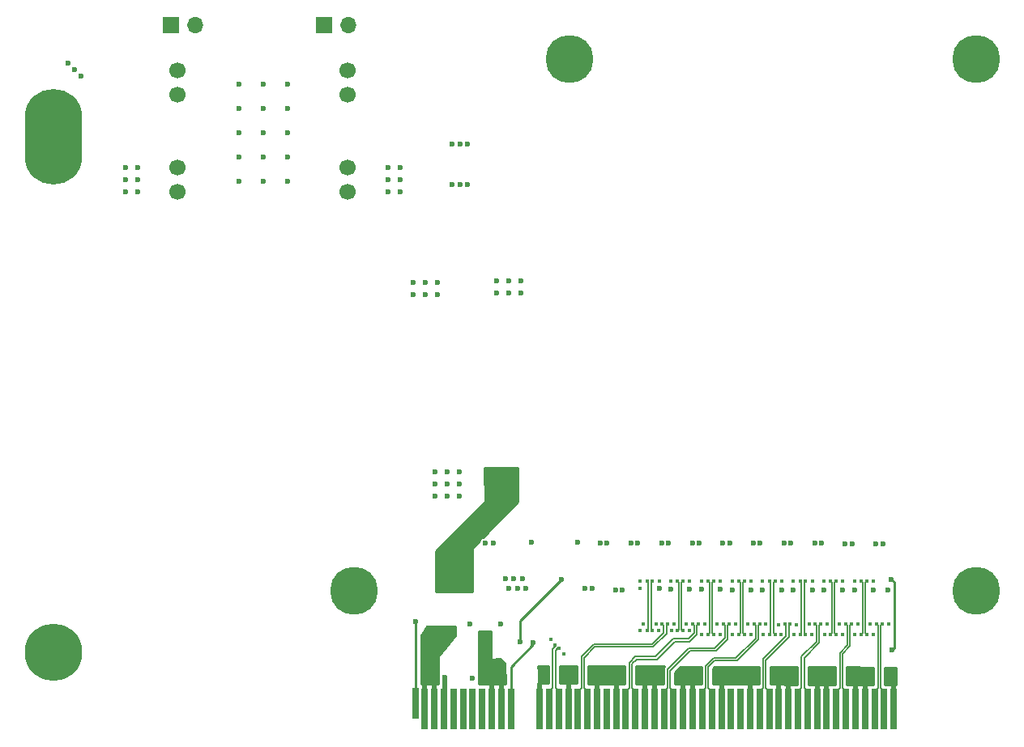
<source format=gbl>
%TF.GenerationSoftware,KiCad,Pcbnew,(5.1.9)-1*%
%TF.CreationDate,2021-07-12T14:29:20+08:00*%
%TF.ProjectId,V1-10x10,56312d31-3078-4313-902e-6b696361645f,rev?*%
%TF.SameCoordinates,Original*%
%TF.FileFunction,Copper,L4,Bot*%
%TF.FilePolarity,Positive*%
%FSLAX46Y46*%
G04 Gerber Fmt 4.6, Leading zero omitted, Abs format (unit mm)*
G04 Created by KiCad (PCBNEW (5.1.9)-1) date 2021-07-12 14:29:20*
%MOMM*%
%LPD*%
G01*
G04 APERTURE LIST*
%TA.AperFunction,ConnectorPad*%
%ADD10R,0.700000X4.300000*%
%TD*%
%TA.AperFunction,ConnectorPad*%
%ADD11R,0.700000X3.200000*%
%TD*%
%TA.AperFunction,ComponentPad*%
%ADD12O,6.000000X10.000000*%
%TD*%
%TA.AperFunction,ComponentPad*%
%ADD13C,6.000000*%
%TD*%
%TA.AperFunction,ComponentPad*%
%ADD14C,5.000000*%
%TD*%
%TA.AperFunction,ComponentPad*%
%ADD15R,1.700000X1.700000*%
%TD*%
%TA.AperFunction,ComponentPad*%
%ADD16O,1.700000X1.700000*%
%TD*%
%TA.AperFunction,ComponentPad*%
%ADD17C,1.700000*%
%TD*%
%TA.AperFunction,ViaPad*%
%ADD18C,0.600000*%
%TD*%
%TA.AperFunction,ViaPad*%
%ADD19C,0.450000*%
%TD*%
%TA.AperFunction,ViaPad*%
%ADD20C,0.800000*%
%TD*%
%TA.AperFunction,Conductor*%
%ADD21C,0.500000*%
%TD*%
%TA.AperFunction,Conductor*%
%ADD22C,0.254000*%
%TD*%
%TA.AperFunction,Conductor*%
%ADD23C,0.153670*%
%TD*%
%TA.AperFunction,Conductor*%
%ADD24C,0.100000*%
%TD*%
G04 APERTURE END LIST*
D10*
X183650000Y-130550000D03*
X182650000Y-130550000D03*
X181650000Y-130550000D03*
X180650000Y-130550000D03*
X179650000Y-130550000D03*
X178650000Y-130550000D03*
X177650000Y-130550000D03*
X176650000Y-130550000D03*
X147650000Y-130550000D03*
X146650000Y-130550000D03*
X152650000Y-130550000D03*
X151650000Y-130550000D03*
X150650000Y-130550000D03*
X149650000Y-130550000D03*
X148650000Y-130550000D03*
X143650000Y-130550000D03*
X142650000Y-130550000D03*
X141650000Y-130550000D03*
X140650000Y-130550000D03*
X139650000Y-130550000D03*
X138650000Y-130550000D03*
X137650000Y-130550000D03*
X136650000Y-130550000D03*
X135650000Y-130550000D03*
X134650000Y-130550000D03*
D11*
X133650000Y-130000000D03*
D10*
X153650000Y-130550000D03*
X154650000Y-130550000D03*
X155650000Y-130550000D03*
X156650000Y-130550000D03*
X157650000Y-130550000D03*
X158650000Y-130550000D03*
X159650000Y-130550000D03*
X160650000Y-130550000D03*
X161650000Y-130550000D03*
X162650000Y-130550000D03*
X163650000Y-130550000D03*
X164650000Y-130550000D03*
X165650000Y-130550000D03*
X166650000Y-130550000D03*
X167650000Y-130550000D03*
X168650000Y-130550000D03*
X169650000Y-130550000D03*
X170650000Y-130550000D03*
X171650000Y-130550000D03*
X172650000Y-130550000D03*
X173650000Y-130550000D03*
X174650000Y-130550000D03*
X175650000Y-130550000D03*
D12*
X95800000Y-70750000D03*
D13*
X95800000Y-124650001D03*
D14*
X192250000Y-118220000D03*
X192250000Y-62620000D03*
X149750000Y-62620000D03*
X127250000Y-118220000D03*
D15*
X124130000Y-59080000D03*
D16*
X126670000Y-59080000D03*
D15*
X108130000Y-59080000D03*
D16*
X110670000Y-59080000D03*
D17*
X126598000Y-76454000D03*
X126598000Y-73914000D03*
X126598000Y-63754000D03*
X126598000Y-66294000D03*
X108818000Y-66294000D03*
X108818000Y-63754000D03*
X108818000Y-76454000D03*
X108818000Y-73914000D03*
D18*
X97350000Y-63050000D03*
X98050000Y-63700000D03*
X103411000Y-73914000D03*
X104661000Y-73914000D03*
X103391000Y-76454000D03*
X104661000Y-75184000D03*
X103391000Y-75184000D03*
X104661000Y-76454000D03*
X136984000Y-105796000D03*
X136984000Y-107026000D03*
X135714000Y-108296000D03*
X136984000Y-108296000D03*
X138254000Y-108296000D03*
X138254000Y-105796000D03*
X135714000Y-105796000D03*
X135714000Y-107026000D03*
X138254000Y-107026000D03*
X134716000Y-87274000D03*
X135986000Y-86004000D03*
X134716000Y-86004000D03*
X133446000Y-86004000D03*
X133446000Y-87274000D03*
X135986000Y-87274000D03*
X135960000Y-122560000D03*
X136400000Y-123650000D03*
X135250000Y-123650000D03*
X135630000Y-124770000D03*
X134600000Y-125360000D03*
X134630000Y-127100000D03*
X134610000Y-126230000D03*
X135620000Y-125730000D03*
X135630000Y-126600000D03*
X135650000Y-127470000D03*
X137150000Y-122590000D03*
D19*
X183560000Y-127520000D03*
X183560000Y-126640000D03*
D18*
X153000000Y-113250000D03*
X153700000Y-113250000D03*
X154600000Y-118150000D03*
X155300000Y-118150000D03*
X151400000Y-118000000D03*
X152100000Y-118000000D03*
X179560000Y-118110000D03*
X181540000Y-118110000D03*
X159140000Y-118010000D03*
X160360000Y-118060000D03*
X162340000Y-118060000D03*
X163560000Y-118060000D03*
X165540000Y-118060000D03*
X166760000Y-118110000D03*
X168740000Y-118110000D03*
X169960000Y-118110000D03*
X171940000Y-118110000D03*
X173160000Y-118110000D03*
X175140000Y-118110000D03*
X176360000Y-118110000D03*
X178340000Y-118110000D03*
D19*
X147800000Y-123300000D03*
X149200000Y-124800000D03*
D18*
X137500000Y-75700000D03*
X138300000Y-75700000D03*
X137500000Y-71500000D03*
X138300000Y-71500000D03*
D19*
X157500000Y-121730000D03*
X181160000Y-127520000D03*
X181160000Y-126640000D03*
X167140000Y-127550000D03*
X167140000Y-126670000D03*
X147030000Y-127600000D03*
X147030000Y-126720000D03*
X160700000Y-121730000D03*
X160400000Y-122400000D03*
X162300000Y-122400000D03*
X162000000Y-121730000D03*
X163900000Y-121730000D03*
X163600000Y-122780000D03*
X165500000Y-122780000D03*
X165200000Y-121730000D03*
X167100000Y-121730000D03*
X166800000Y-122770000D03*
X168700000Y-122770000D03*
X168400000Y-121720000D03*
X170300000Y-121720000D03*
X170000000Y-122760000D03*
X171900000Y-122760000D03*
X171600000Y-121740000D03*
X173500000Y-121740000D03*
X173200000Y-122770000D03*
X175100000Y-122770000D03*
X174800000Y-121730000D03*
X176700000Y-121730000D03*
X176400000Y-122790000D03*
X178300000Y-122790000D03*
X178000000Y-121730000D03*
X179900000Y-121730000D03*
X179600000Y-122770000D03*
X181500000Y-122770000D03*
X181200000Y-121730000D03*
X183100000Y-121730000D03*
X157160000Y-117210000D03*
X159140000Y-117210000D03*
X160360000Y-117220000D03*
X162340000Y-117220000D03*
X163560000Y-117210000D03*
X165540000Y-117210000D03*
X166760000Y-117210000D03*
X168740000Y-117210000D03*
X169960000Y-117220000D03*
X171940000Y-117220000D03*
X173160000Y-117220000D03*
X175140000Y-117220000D03*
X176360000Y-117190000D03*
X178340000Y-117190000D03*
X179560000Y-117210000D03*
X181540000Y-117210000D03*
X159100000Y-122400000D03*
X177150000Y-127490000D03*
X177150000Y-126610000D03*
X179180000Y-126630000D03*
X179190000Y-127480000D03*
X173140000Y-127510000D03*
X175170000Y-126650000D03*
X175180000Y-127500000D03*
X173140000Y-126630000D03*
X169130000Y-127550000D03*
X171160000Y-126690000D03*
X171170000Y-127540000D03*
X169130000Y-126670000D03*
X163140000Y-127560000D03*
X165170000Y-126700000D03*
X165180000Y-127550000D03*
X163140000Y-126680000D03*
X159140000Y-127570000D03*
X161170000Y-126710000D03*
X161180000Y-127560000D03*
X159140000Y-126690000D03*
X155140000Y-127570000D03*
X157170000Y-126710000D03*
X157180000Y-127560000D03*
X155140000Y-126690000D03*
X150140000Y-127600000D03*
X152170000Y-126740000D03*
X152180000Y-127590000D03*
X150140000Y-126720000D03*
D18*
X115228000Y-65240000D03*
X117768000Y-65240000D03*
X120308000Y-65240000D03*
X115228000Y-67780000D03*
X117768000Y-67780000D03*
X120308000Y-67780000D03*
X115228000Y-70320000D03*
X117768000Y-70320000D03*
X120308000Y-70320000D03*
X115228000Y-72860000D03*
X117768000Y-72860000D03*
X120308000Y-72860000D03*
X115228000Y-75400000D03*
X117768000Y-75400000D03*
X120308000Y-75400000D03*
D19*
X157160000Y-122400000D03*
X158800000Y-121730000D03*
D18*
X139100000Y-71500000D03*
X139100000Y-75700000D03*
X136700000Y-127300000D03*
X139600000Y-127400000D03*
X142600000Y-121700000D03*
X141000000Y-113200000D03*
X141800000Y-113200000D03*
X145800000Y-113100000D03*
X150600000Y-113100000D03*
X156200000Y-113200000D03*
X156900000Y-113200000D03*
X159400000Y-113200000D03*
X160100000Y-113200000D03*
X162600000Y-113200000D03*
X163300000Y-113200000D03*
X165800000Y-113200000D03*
X166500000Y-113200000D03*
X169000000Y-113200000D03*
X169700000Y-113200000D03*
X172200000Y-113200000D03*
X172900000Y-113200000D03*
X176100000Y-113200000D03*
X175400000Y-113200000D03*
X178600000Y-113300000D03*
X179300000Y-113300000D03*
X181800000Y-113300000D03*
X182500000Y-113300000D03*
X183050000Y-118150000D03*
D19*
X157160000Y-118010000D03*
D18*
X139350000Y-121700000D03*
X98750000Y-64400000D03*
X143960000Y-116930000D03*
X145200000Y-117970000D03*
X143460000Y-117940000D03*
X144330000Y-117950000D03*
X144830000Y-116950000D03*
X140920000Y-122840000D03*
X140920000Y-123750000D03*
X140930000Y-124630000D03*
X140620000Y-125540000D03*
X140630000Y-126410000D03*
X141650000Y-126780000D03*
X141670000Y-127650000D03*
X140650000Y-127280000D03*
X141640000Y-125910000D03*
X143090000Y-116920000D03*
X144570152Y-123570152D03*
X148900000Y-117000000D03*
X146000000Y-123600000D03*
D19*
X148694001Y-124264001D03*
X148285999Y-123855999D03*
X168038500Y-117210000D03*
X168038500Y-122770000D03*
X167461500Y-117210000D03*
X167461500Y-122770000D03*
X164838500Y-117210000D03*
X164838500Y-122770000D03*
X164261500Y-117210000D03*
X164261500Y-122770000D03*
X161638500Y-117220000D03*
X161638500Y-122400000D03*
X161061500Y-117220000D03*
X161061500Y-122400000D03*
X157861500Y-122400000D03*
X157861500Y-117210000D03*
X158438500Y-122400000D03*
X158438500Y-117210000D03*
X169638500Y-121719647D03*
X169061500Y-121719647D03*
X166438500Y-121732508D03*
X165861500Y-121732508D03*
X163238500Y-121732766D03*
X162661500Y-121732766D03*
X159461500Y-121733502D03*
X160038500Y-121733502D03*
D18*
X183500000Y-124400000D03*
X183400000Y-117000000D03*
X133700000Y-121400000D03*
X141414000Y-105796000D03*
X142684000Y-105796000D03*
X143954000Y-105796000D03*
X142684000Y-107026000D03*
X141414000Y-108296000D03*
X142684000Y-108296000D03*
X143954000Y-108296000D03*
X143954000Y-107026000D03*
X141414000Y-107026000D03*
D20*
X136205000Y-117750000D03*
X139205000Y-117750000D03*
X138205000Y-117750000D03*
X137205000Y-117750000D03*
D18*
X142114000Y-85826000D03*
X143384000Y-85826000D03*
X142114000Y-87096000D03*
X143384000Y-87096000D03*
X144654000Y-85826000D03*
X144654000Y-87096000D03*
X130789000Y-73914000D03*
X132059000Y-73914000D03*
X130789000Y-75184000D03*
X132059000Y-75184000D03*
X130789000Y-76454000D03*
X132059000Y-76454000D03*
D19*
X182438500Y-121733502D03*
X181861500Y-121733502D03*
X179238500Y-121731922D03*
X178661500Y-121731922D03*
X170661500Y-117220000D03*
X170661500Y-122760000D03*
X171238500Y-117220000D03*
X171238500Y-122760000D03*
X173861500Y-117220000D03*
X173861500Y-122770000D03*
X174438500Y-117220000D03*
X174438500Y-122770000D03*
X177061500Y-117190000D03*
X177061500Y-122780000D03*
X177638500Y-117190000D03*
X177638500Y-122780000D03*
X180261500Y-117210000D03*
X180261500Y-122770000D03*
X180838500Y-117210000D03*
X180838500Y-122770000D03*
X172261500Y-121733013D03*
X172838500Y-121733013D03*
X175461500Y-121730046D03*
X176038500Y-121730046D03*
D21*
X135650000Y-127670000D02*
X135650000Y-130550000D01*
X134630000Y-130530000D02*
X134650000Y-130550000D01*
X134630000Y-127300000D02*
X134630000Y-130530000D01*
X183650000Y-127625000D02*
X183650000Y-130550000D01*
X136700000Y-130500000D02*
X136650000Y-130550000D01*
X136700000Y-127300000D02*
X136700000Y-130500000D01*
X146650000Y-127980000D02*
X147030000Y-127600000D01*
X146650000Y-130550000D02*
X146650000Y-127980000D01*
X149650000Y-130550000D02*
X149650000Y-127750000D01*
X152650000Y-130550000D02*
X152650000Y-127650000D01*
X154650000Y-130550000D02*
X154650000Y-127750000D01*
X157650000Y-130550000D02*
X157650000Y-127750000D01*
X158650000Y-130550000D02*
X158650000Y-127550000D01*
X161650000Y-130550000D02*
X161650000Y-127350000D01*
X162650000Y-130550000D02*
X162650000Y-127550000D01*
X165650000Y-130550000D02*
X165650000Y-127450000D01*
X168650000Y-130550000D02*
X168650000Y-127850000D01*
X171650000Y-130550000D02*
X171650000Y-127650000D01*
X172650000Y-130550000D02*
X172650000Y-127850000D01*
X175650000Y-130550000D02*
X175650000Y-127650000D01*
X176650000Y-130550000D02*
X176650000Y-127850000D01*
X179650000Y-130550000D02*
X179650000Y-127850000D01*
X180650000Y-130550000D02*
X180650000Y-127750000D01*
X141650000Y-127670000D02*
X141670000Y-127650000D01*
X141650000Y-130550000D02*
X141650000Y-127670000D01*
X142650000Y-130550000D02*
X142650000Y-127450000D01*
X141980000Y-126780000D02*
X141650000Y-126780000D01*
X142650000Y-127450000D02*
X141980000Y-126780000D01*
D22*
X144620152Y-123520152D02*
X144570152Y-123570152D01*
X144570152Y-121329848D02*
X144570152Y-123570152D01*
X148900000Y-117000000D02*
X144570152Y-121329848D01*
X146000000Y-123812917D02*
X146000000Y-123600000D01*
X143650000Y-126162917D02*
X146000000Y-123812917D01*
X143650000Y-130550000D02*
X143650000Y-126162917D01*
D23*
X148650000Y-128750000D02*
X148650000Y-130550000D01*
X148290335Y-128390335D02*
X148650000Y-128750000D01*
X148290335Y-124458129D02*
X148290335Y-128390335D01*
X148484463Y-124264001D02*
X148290335Y-124458129D01*
X148694001Y-124264001D02*
X148484463Y-124264001D01*
X147650000Y-128750000D02*
X147650000Y-130550000D01*
X148009665Y-128390335D02*
X147650000Y-128750000D01*
X148009665Y-124341871D02*
X148009665Y-128390335D01*
X148285999Y-124065537D02*
X148009665Y-124341871D01*
X148285999Y-123855999D02*
X148285999Y-124065537D01*
X167890335Y-122621835D02*
X168038500Y-122770000D01*
X167890335Y-117358165D02*
X167890335Y-122621835D01*
X168038500Y-117210000D02*
X167890335Y-117358165D01*
X167609665Y-122621835D02*
X167461500Y-122770000D01*
X167609665Y-117358165D02*
X167609665Y-122621835D01*
X167461500Y-117210000D02*
X167609665Y-117358165D01*
X164690335Y-122621835D02*
X164838500Y-122770000D01*
X164690335Y-117358165D02*
X164690335Y-122621835D01*
X164838500Y-117210000D02*
X164690335Y-117358165D01*
X164409665Y-122621835D02*
X164261500Y-122770000D01*
X164409665Y-117358165D02*
X164409665Y-122621835D01*
X164261500Y-117210000D02*
X164409665Y-117358165D01*
X161638500Y-117220000D02*
X161490335Y-117368165D01*
X161490335Y-117368165D02*
X161490335Y-122251835D01*
X161490335Y-122251835D02*
X161638500Y-122400000D01*
X161209665Y-122251835D02*
X161061500Y-122400000D01*
X161209665Y-117368165D02*
X161209665Y-122251835D01*
X161061500Y-117220000D02*
X161209665Y-117368165D01*
X158009665Y-122251835D02*
X157861500Y-122400000D01*
X158009665Y-117358165D02*
X158009665Y-122251835D01*
X157861500Y-117210000D02*
X158009665Y-117358165D01*
X158290335Y-122251835D02*
X158438500Y-122400000D01*
X158438500Y-117210000D02*
X158290335Y-117358165D01*
X158290335Y-117358165D02*
X158290335Y-122251835D01*
X164650000Y-128750000D02*
X164650000Y-130550000D01*
X164290335Y-128390335D02*
X164650000Y-128750000D01*
X164290335Y-126188129D02*
X164290335Y-128390335D01*
X164938129Y-125540335D02*
X164290335Y-126188129D01*
X167268129Y-125540335D02*
X164938129Y-125540335D01*
X169490335Y-121867812D02*
X169490335Y-123318129D01*
X169638500Y-121719647D02*
X169490335Y-121867812D01*
X169490335Y-123318129D02*
X167268129Y-125540335D01*
X164821871Y-125259665D02*
X164009665Y-126071871D01*
X164009665Y-126071871D02*
X164009665Y-128390335D01*
X169209665Y-121867812D02*
X169209665Y-123201871D01*
X169209665Y-123201871D02*
X167151871Y-125259665D01*
X167151871Y-125259665D02*
X164821871Y-125259665D01*
X163650000Y-128750000D02*
X163650000Y-130550000D01*
X164009665Y-128390335D02*
X163650000Y-128750000D01*
X169061500Y-121719647D02*
X169209665Y-121867812D01*
X160650000Y-128750000D02*
X160650000Y-130550000D01*
X160290335Y-128390335D02*
X160650000Y-128750000D01*
X160290335Y-126568129D02*
X160290335Y-128390335D01*
X166438500Y-121732508D02*
X166290335Y-121880673D01*
X166290335Y-121880673D02*
X166290335Y-123268129D01*
X166290335Y-123268129D02*
X165068129Y-124490335D01*
X165068129Y-124490335D02*
X162368129Y-124490335D01*
X162368129Y-124490335D02*
X160290335Y-126568129D01*
X159650000Y-128750000D02*
X159650000Y-130550000D01*
X165861500Y-121732508D02*
X166009665Y-121880673D01*
X166009665Y-121880673D02*
X166009665Y-123151871D01*
X166009665Y-123151871D02*
X164951871Y-124209665D01*
X162251871Y-124209665D02*
X160009665Y-126451871D01*
X164951871Y-124209665D02*
X162251871Y-124209665D01*
X160009665Y-126451871D02*
X160009665Y-128390335D01*
X160009665Y-128390335D02*
X159650000Y-128750000D01*
X156290335Y-128390335D02*
X156650000Y-128750000D01*
X156290335Y-125868129D02*
X156290335Y-128390335D01*
X156768129Y-125390335D02*
X156290335Y-125868129D01*
X158888129Y-125390335D02*
X156768129Y-125390335D01*
X160748129Y-123530335D02*
X158888129Y-125390335D01*
X162318129Y-123530335D02*
X160748129Y-123530335D01*
X156650000Y-128750000D02*
X156650000Y-130550000D01*
X163238500Y-121732766D02*
X163090335Y-121880931D01*
X163090335Y-121880931D02*
X163090335Y-122758129D01*
X163090335Y-122758129D02*
X162318129Y-123530335D01*
X162661500Y-121732766D02*
X162809665Y-121880931D01*
X162809665Y-122641871D02*
X162201871Y-123249665D01*
X162809665Y-121880931D02*
X162809665Y-122641871D01*
X162201871Y-123249665D02*
X160631871Y-123249665D01*
X160631871Y-123249665D02*
X158771871Y-125109665D01*
X158771871Y-125109665D02*
X156651871Y-125109665D01*
X156009665Y-128390335D02*
X155650000Y-128750000D01*
X156651871Y-125109665D02*
X156009665Y-125751871D01*
X156009665Y-125751871D02*
X156009665Y-128390335D01*
X155650000Y-128750000D02*
X155650000Y-130550000D01*
X159461500Y-121733502D02*
X159609665Y-121881667D01*
X159609665Y-121881667D02*
X159609665Y-122601871D01*
X159609665Y-122601871D02*
X158411871Y-123799665D01*
X150650000Y-128750000D02*
X151009665Y-128390335D01*
X150650000Y-130550000D02*
X150650000Y-128750000D01*
X151009665Y-128390335D02*
X151009665Y-125091871D01*
X152301871Y-123799665D02*
X158411871Y-123799665D01*
X151009665Y-125091871D02*
X152301871Y-123799665D01*
X160038500Y-121733502D02*
X159890335Y-121881667D01*
X159890335Y-121881667D02*
X159890335Y-122718129D01*
X159890335Y-122718129D02*
X158528129Y-124080335D01*
X151650000Y-128750000D02*
X151290335Y-128390335D01*
X151650000Y-130550000D02*
X151650000Y-128750000D01*
X151290335Y-128390335D02*
X151290335Y-125208129D01*
X152418129Y-124080335D02*
X158528129Y-124080335D01*
X151290335Y-125208129D02*
X152418129Y-124080335D01*
D22*
X183400000Y-117000000D02*
X183699999Y-117299999D01*
X183699999Y-117299999D02*
X183699999Y-124200001D01*
X183699999Y-124200001D02*
X183500000Y-124400000D01*
X133650000Y-121450000D02*
X133700000Y-121400000D01*
X133650000Y-130000000D02*
X133650000Y-121450000D01*
D23*
X182290335Y-128390335D02*
X182650000Y-128750000D01*
X182290335Y-121881667D02*
X182290335Y-128390335D01*
X182438500Y-121733502D02*
X182290335Y-121881667D01*
X182650000Y-128750000D02*
X182650000Y-130550000D01*
X181650000Y-128750000D02*
X181650000Y-130550000D01*
X182009665Y-128390335D02*
X181650000Y-128750000D01*
X181861500Y-121733502D02*
X182009665Y-121881667D01*
X182009665Y-121881667D02*
X182009665Y-128390335D01*
X178650000Y-128750000D02*
X178650000Y-130550000D01*
X178290335Y-128390335D02*
X178650000Y-128750000D01*
X178290335Y-124818129D02*
X178290335Y-128390335D01*
X179238500Y-121731922D02*
X179090335Y-121880087D01*
X179090335Y-121880087D02*
X179090335Y-124018129D01*
X179090335Y-124018129D02*
X178290335Y-124818129D01*
X178009665Y-128390335D02*
X177650000Y-128750000D01*
X177650000Y-128750000D02*
X177650000Y-130550000D01*
X178009665Y-124701871D02*
X178009665Y-128390335D01*
X178809665Y-123901871D02*
X178009665Y-124701871D01*
X178809665Y-121880087D02*
X178809665Y-123901871D01*
X178661500Y-121731922D02*
X178809665Y-121880087D01*
X170809665Y-117368165D02*
X170809665Y-122611835D01*
X170661500Y-117220000D02*
X170809665Y-117368165D01*
X170809665Y-122611835D02*
X170661500Y-122760000D01*
X171090335Y-122611835D02*
X171238500Y-122760000D01*
X171238500Y-117220000D02*
X171090335Y-117368165D01*
X171090335Y-117368165D02*
X171090335Y-122611835D01*
X174009665Y-117368165D02*
X174009665Y-122621835D01*
X173861500Y-117220000D02*
X174009665Y-117368165D01*
X174009665Y-122621835D02*
X173861500Y-122770000D01*
X174290335Y-122621835D02*
X174438500Y-122770000D01*
X174290335Y-117368165D02*
X174290335Y-122621835D01*
X174438500Y-117220000D02*
X174290335Y-117368165D01*
X177209665Y-122631835D02*
X177061500Y-122780000D01*
X177209665Y-117338165D02*
X177209665Y-122631835D01*
X177061500Y-117190000D02*
X177209665Y-117338165D01*
X177490335Y-122631835D02*
X177638500Y-122780000D01*
X177490335Y-117338165D02*
X177490335Y-122631835D01*
X177638500Y-117190000D02*
X177490335Y-117338165D01*
X180409665Y-122621835D02*
X180261500Y-122770000D01*
X180409665Y-117358165D02*
X180409665Y-122621835D01*
X180261500Y-117210000D02*
X180409665Y-117358165D01*
X180690335Y-122621835D02*
X180838500Y-122770000D01*
X180690335Y-117358165D02*
X180690335Y-122621835D01*
X180838500Y-117210000D02*
X180690335Y-117358165D01*
X170009665Y-128390335D02*
X169650000Y-128750000D01*
X170009665Y-125371871D02*
X170009665Y-128390335D01*
X172409665Y-121881178D02*
X172409665Y-122971871D01*
X169650000Y-128750000D02*
X169650000Y-130550000D01*
X172261500Y-121733013D02*
X172409665Y-121881178D01*
X172409665Y-122971871D02*
X170009665Y-125371871D01*
X170650000Y-128750000D02*
X170650000Y-130550000D01*
X170290335Y-125488129D02*
X170290335Y-128390335D01*
X172838500Y-121733013D02*
X172690335Y-121881178D01*
X170290335Y-128390335D02*
X170650000Y-128750000D01*
X172690335Y-121881178D02*
X172690335Y-123088129D01*
X172690335Y-123088129D02*
X170290335Y-125488129D01*
X173650000Y-128750000D02*
X173650000Y-130550000D01*
X174009665Y-128390335D02*
X173650000Y-128750000D01*
X174009665Y-125121871D02*
X174009665Y-128390335D01*
X175609665Y-123521871D02*
X174009665Y-125121871D01*
X175609665Y-121878211D02*
X175609665Y-123521871D01*
X175461500Y-121730046D02*
X175609665Y-121878211D01*
X175890335Y-123638129D02*
X174290335Y-125238129D01*
X176038500Y-121730046D02*
X175890335Y-121878211D01*
X175890335Y-121878211D02*
X175890335Y-123638129D01*
X174650000Y-128750000D02*
X174650000Y-130550000D01*
X174290335Y-128390335D02*
X174650000Y-128750000D01*
X174290335Y-125238129D02*
X174290335Y-128390335D01*
D22*
X183869000Y-126232770D02*
X183869000Y-128045787D01*
X183135282Y-128042894D01*
X183074689Y-128024513D01*
X183000000Y-128017157D01*
X182748170Y-128017157D01*
X182748170Y-126228350D01*
X183869000Y-126232770D01*
%TA.AperFunction,Conductor*%
D24*
G36*
X183869000Y-126232770D02*
G01*
X183869000Y-128045787D01*
X183135282Y-128042894D01*
X183074689Y-128024513D01*
X183000000Y-128017157D01*
X182748170Y-128017157D01*
X182748170Y-126228350D01*
X183869000Y-126232770D01*
G37*
%TD.AperFunction*%
D22*
X181551831Y-126223632D02*
X181551831Y-128017157D01*
X181300000Y-128017157D01*
X181225311Y-128024513D01*
X181190008Y-128035222D01*
X179082594Y-128026911D01*
X179074689Y-128024513D01*
X179000000Y-128017157D01*
X178748170Y-128017157D01*
X178748170Y-126212575D01*
X181551831Y-126223632D01*
%TA.AperFunction,Conductor*%
D24*
G36*
X181551831Y-126223632D02*
G01*
X181551831Y-128017157D01*
X181300000Y-128017157D01*
X181225311Y-128024513D01*
X181190008Y-128035222D01*
X179082594Y-128026911D01*
X179074689Y-128024513D01*
X179000000Y-128017157D01*
X178748170Y-128017157D01*
X178748170Y-126212575D01*
X181551831Y-126223632D01*
G37*
%TD.AperFunction*%
D22*
X177551830Y-126207857D02*
X177551831Y-128017157D01*
X177300000Y-128017157D01*
X177273410Y-128019776D01*
X174748170Y-128009817D01*
X174748170Y-126196799D01*
X177551830Y-126207857D01*
%TA.AperFunction,Conductor*%
D24*
G36*
X177551830Y-126207857D02*
G01*
X177551831Y-128017157D01*
X177300000Y-128017157D01*
X177273410Y-128019776D01*
X174748170Y-128009817D01*
X174748170Y-126196799D01*
X177551830Y-126207857D01*
G37*
%TD.AperFunction*%
D22*
X173551830Y-126192081D02*
X173551831Y-128005099D01*
X170748170Y-127994042D01*
X170748170Y-126181024D01*
X173551830Y-126192081D01*
%TA.AperFunction,Conductor*%
D24*
G36*
X173551830Y-126192081D02*
G01*
X173551831Y-128005099D01*
X170748170Y-127994042D01*
X170748170Y-126181024D01*
X173551830Y-126192081D01*
G37*
%TD.AperFunction*%
D22*
X169551830Y-126176306D02*
X169551831Y-127989323D01*
X164748170Y-127970379D01*
X164748170Y-126377770D01*
X164967713Y-126158227D01*
X169551830Y-126176306D01*
%TA.AperFunction,Conductor*%
D24*
G36*
X169551830Y-126176306D02*
G01*
X169551831Y-127989323D01*
X164748170Y-127970379D01*
X164748170Y-126377770D01*
X164967713Y-126158227D01*
X169551830Y-126176306D01*
G37*
%TD.AperFunction*%
D22*
X163551830Y-126152643D02*
X163551831Y-127965661D01*
X160748170Y-127954604D01*
X160748170Y-126757770D01*
X161361933Y-126144007D01*
X163551830Y-126152643D01*
%TA.AperFunction,Conductor*%
D24*
G36*
X163551830Y-126152643D02*
G01*
X163551831Y-127965661D01*
X160748170Y-127954604D01*
X160748170Y-126757770D01*
X161361933Y-126144007D01*
X163551830Y-126152643D01*
G37*
%TD.AperFunction*%
D22*
X159675507Y-126137356D02*
X159670027Y-126144033D01*
X159670025Y-126144035D01*
X159651343Y-126166799D01*
X159627147Y-126196282D01*
X159598089Y-126250646D01*
X159584634Y-126275818D01*
X159562382Y-126349176D01*
X159558455Y-126362121D01*
X159551830Y-126429383D01*
X159551830Y-126429390D01*
X159549616Y-126451871D01*
X159551830Y-126474352D01*
X159551831Y-127949886D01*
X156748170Y-127938828D01*
X156748170Y-126125811D01*
X159675507Y-126137356D01*
%TA.AperFunction,Conductor*%
D24*
G36*
X159675507Y-126137356D02*
G01*
X159670027Y-126144033D01*
X159670025Y-126144035D01*
X159651343Y-126166799D01*
X159627147Y-126196282D01*
X159598089Y-126250646D01*
X159584634Y-126275818D01*
X159562382Y-126349176D01*
X159558455Y-126362121D01*
X159551830Y-126429383D01*
X159551830Y-126429390D01*
X159549616Y-126451871D01*
X159551830Y-126474352D01*
X159551831Y-127949886D01*
X156748170Y-127938828D01*
X156748170Y-126125811D01*
X159675507Y-126137356D01*
G37*
%TD.AperFunction*%
D22*
X155551830Y-126121093D02*
X155551831Y-127934110D01*
X151748170Y-127919109D01*
X151748170Y-126106092D01*
X155551830Y-126121093D01*
%TA.AperFunction,Conductor*%
D24*
G36*
X155551830Y-126121093D02*
G01*
X155551831Y-127934110D01*
X151748170Y-127919109D01*
X151748170Y-126106092D01*
X155551830Y-126121093D01*
G37*
%TD.AperFunction*%
D22*
X150551831Y-126101374D02*
X150551830Y-127914391D01*
X148748170Y-127907278D01*
X148748170Y-126094261D01*
X150551831Y-126101374D01*
%TA.AperFunction,Conductor*%
D24*
G36*
X150551831Y-126101374D02*
G01*
X150551830Y-127914391D01*
X148748170Y-127907278D01*
X148748170Y-126094261D01*
X150551831Y-126101374D01*
G37*
%TD.AperFunction*%
D22*
X147551830Y-126089543D02*
X147551831Y-127902560D01*
X146531000Y-127898534D01*
X146531000Y-126528832D01*
X146528850Y-126507003D01*
X146528850Y-126494678D01*
X146528221Y-126488693D01*
X146507554Y-126304441D01*
X146499429Y-126266216D01*
X146491845Y-126227914D01*
X146490066Y-126222165D01*
X146490066Y-126222163D01*
X146490064Y-126222157D01*
X146446614Y-126085184D01*
X147551830Y-126089543D01*
%TA.AperFunction,Conductor*%
D24*
G36*
X147551830Y-126089543D02*
G01*
X147551831Y-127902560D01*
X146531000Y-127898534D01*
X146531000Y-126528832D01*
X146528850Y-126507003D01*
X146528850Y-126494678D01*
X146528221Y-126488693D01*
X146507554Y-126304441D01*
X146499429Y-126266216D01*
X146491845Y-126227914D01*
X146490066Y-126222165D01*
X146490066Y-126222163D01*
X146490064Y-126222157D01*
X146446614Y-126085184D01*
X147551830Y-126089543D01*
G37*
%TD.AperFunction*%
D22*
X137873000Y-122893538D02*
X136052983Y-125048045D01*
X136038858Y-125068547D01*
X136029005Y-125091410D01*
X136023801Y-125115757D01*
X136023000Y-125130000D01*
X136023000Y-127212818D01*
X136019000Y-127232927D01*
X136019000Y-127367073D01*
X136023000Y-127387182D01*
X136023000Y-127973000D01*
X134277000Y-127973000D01*
X134277000Y-122878299D01*
X134908294Y-121926784D01*
X137873000Y-121917402D01*
X137873000Y-122893538D01*
%TA.AperFunction,Conductor*%
D24*
G36*
X137873000Y-122893538D02*
G01*
X136052983Y-125048045D01*
X136038858Y-125068547D01*
X136029005Y-125091410D01*
X136023801Y-125115757D01*
X136023000Y-125130000D01*
X136023000Y-127212818D01*
X136019000Y-127232927D01*
X136019000Y-127367073D01*
X136023000Y-127387182D01*
X136023000Y-127973000D01*
X134277000Y-127973000D01*
X134277000Y-122878299D01*
X134908294Y-121926784D01*
X137873000Y-121917402D01*
X137873000Y-122893538D01*
G37*
%TD.AperFunction*%
D22*
X141533000Y-125280000D02*
X141535440Y-125304776D01*
X141542667Y-125328601D01*
X141554403Y-125350557D01*
X141570197Y-125369803D01*
X141589443Y-125385597D01*
X141611399Y-125397333D01*
X141635224Y-125404560D01*
X141664964Y-125406903D01*
X142458210Y-125375872D01*
X143022467Y-125724272D01*
X143068126Y-127973000D01*
X140328133Y-127973000D01*
X140278148Y-122417000D01*
X141533000Y-122417000D01*
X141533000Y-125280000D01*
%TA.AperFunction,Conductor*%
D24*
G36*
X141533000Y-125280000D02*
G01*
X141535440Y-125304776D01*
X141542667Y-125328601D01*
X141554403Y-125350557D01*
X141570197Y-125369803D01*
X141589443Y-125385597D01*
X141611399Y-125397333D01*
X141635224Y-125404560D01*
X141664964Y-125406903D01*
X142458210Y-125375872D01*
X143022467Y-125724272D01*
X143068126Y-127973000D01*
X140328133Y-127973000D01*
X140278148Y-122417000D01*
X141533000Y-122417000D01*
X141533000Y-125280000D01*
G37*
%TD.AperFunction*%
D22*
X144372306Y-108948088D02*
X140756741Y-112563653D01*
X140677426Y-112596506D01*
X140565888Y-112671033D01*
X140471033Y-112765888D01*
X140396506Y-112877426D01*
X140363653Y-112956741D01*
X139610197Y-113710197D01*
X139594403Y-113729443D01*
X139582667Y-113751399D01*
X139575440Y-113775224D01*
X139573000Y-113800000D01*
X139573000Y-118273000D01*
X135827000Y-118273000D01*
X135827000Y-114052606D01*
X140889803Y-108989803D01*
X140905597Y-108970557D01*
X140917333Y-108948601D01*
X140924560Y-108924776D01*
X140926988Y-108898285D01*
X140878744Y-105327000D01*
X144324644Y-105327000D01*
X144372306Y-108948088D01*
%TA.AperFunction,Conductor*%
D24*
G36*
X144372306Y-108948088D02*
G01*
X140756741Y-112563653D01*
X140677426Y-112596506D01*
X140565888Y-112671033D01*
X140471033Y-112765888D01*
X140396506Y-112877426D01*
X140363653Y-112956741D01*
X139610197Y-113710197D01*
X139594403Y-113729443D01*
X139582667Y-113751399D01*
X139575440Y-113775224D01*
X139573000Y-113800000D01*
X139573000Y-118273000D01*
X135827000Y-118273000D01*
X135827000Y-114052606D01*
X140889803Y-108989803D01*
X140905597Y-108970557D01*
X140917333Y-108948601D01*
X140924560Y-108924776D01*
X140926988Y-108898285D01*
X140878744Y-105327000D01*
X144324644Y-105327000D01*
X144372306Y-108948088D01*
G37*
%TD.AperFunction*%
M02*

</source>
